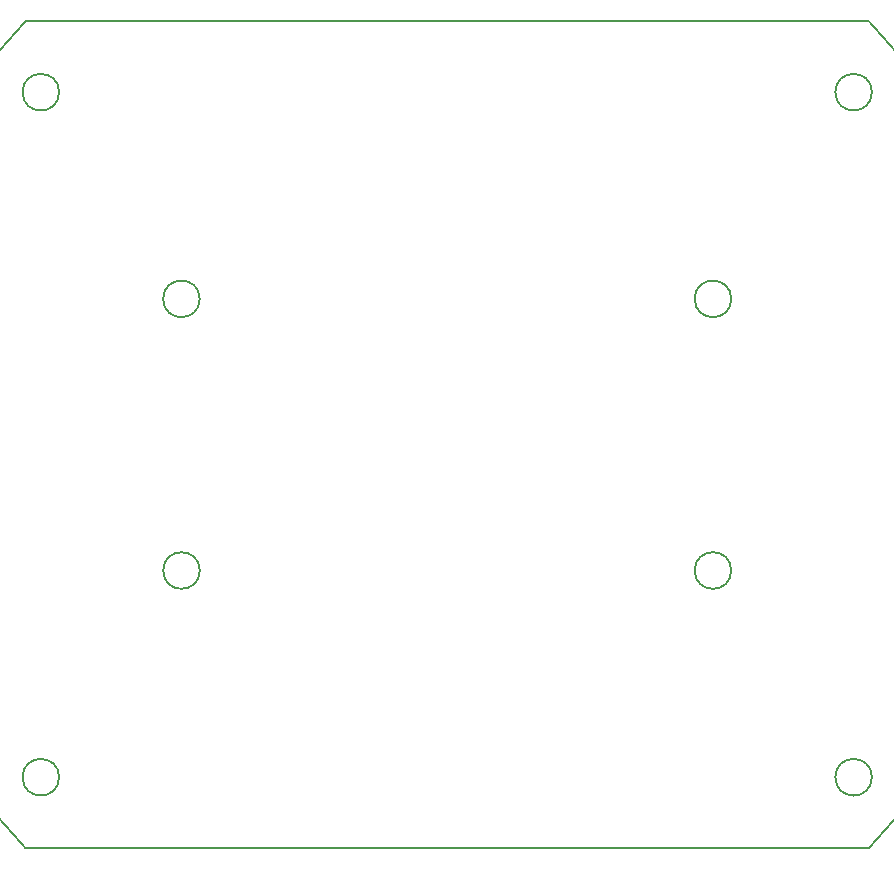
<source format=gbr>
G04 #@! TF.GenerationSoftware,KiCad,Pcbnew,(5.0.0)*
G04 #@! TF.CreationDate,2018-08-08T12:39:15+01:00*
G04 #@! TF.ProjectId,domenode,646F6D656E6F64652E6B696361645F70,rev?*
G04 #@! TF.SameCoordinates,Original*
G04 #@! TF.FileFunction,Profile,NP*
%FSLAX46Y46*%
G04 Gerber Fmt 4.6, Leading zero omitted, Abs format (unit mm)*
G04 Created by KiCad (PCBNEW (5.0.0)) date 08/08/18 12:39:15*
%MOMM*%
%LPD*%
G01*
G04 APERTURE LIST*
%ADD10C,0.200000*%
G04 APERTURE END LIST*
D10*
X115641799Y-76003600D02*
G75*
G03X115641799Y-76003600I-1550000J0D01*
G01*
X127551100Y-93503600D02*
G75*
G03X127551100Y-93503600I-1550000J0D01*
G01*
X115641799Y-134003600D02*
G75*
G03X115641799Y-134003600I-1550000J0D01*
G01*
X112793958Y-140003600D02*
G75*
G02X112793958Y-70003600I35707142J35000000D01*
G01*
X184460401Y-134003600D02*
G75*
G03X184460401Y-134003600I-1550000J0D01*
G01*
X112793958Y-70003600D02*
X184208242Y-70003600D01*
X184208242Y-140003600D02*
X112793958Y-140003600D01*
X172551100Y-116503600D02*
G75*
G03X172551100Y-116503600I-1550000J0D01*
G01*
X127551100Y-116503600D02*
G75*
G03X127551100Y-116503600I-1550000J0D01*
G01*
X172551100Y-93503600D02*
G75*
G03X172551100Y-93503600I-1550000J0D01*
G01*
X184208242Y-70003600D02*
G75*
G02X184208242Y-140003600I-35707142J-35000000D01*
G01*
X184460401Y-76003600D02*
G75*
G03X184460401Y-76003600I-1550000J0D01*
G01*
M02*

</source>
